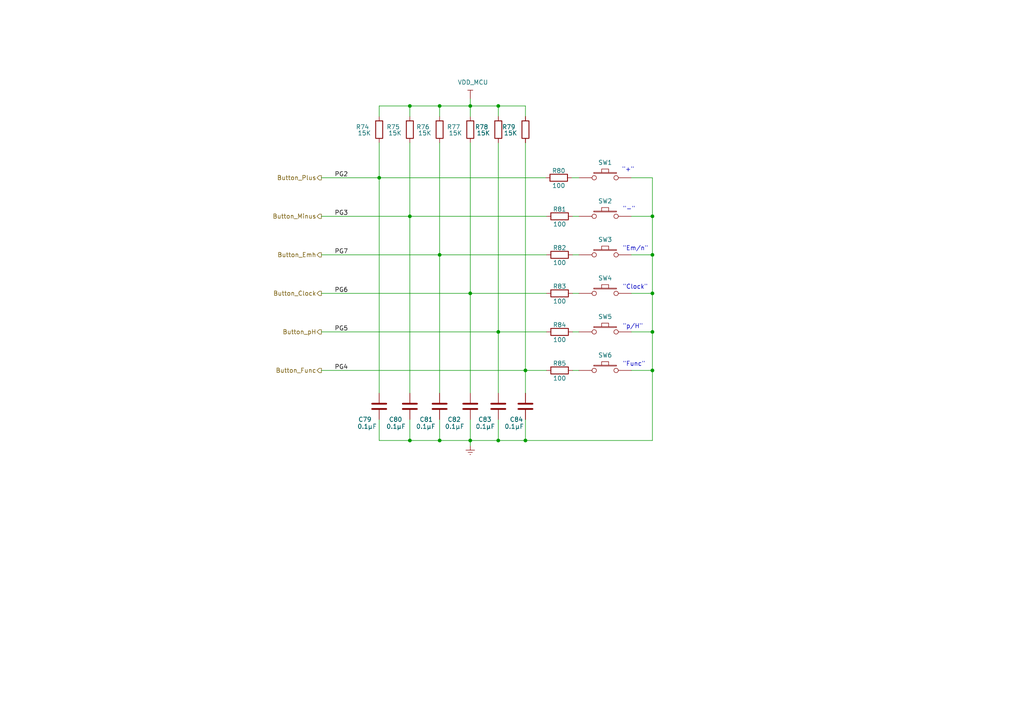
<source format=kicad_sch>
(kicad_sch (version 20211123) (generator eeschema)
  (paper "A4")
  (title_block (title "ШВУ") (date "2021-03-25") (rev "V0.3") (company "ЦВЕТМЕТНАЛАДКА") (comment 1 "Шустов В.И."))
  (lib_symbols
    (symbol "Device:C" (pin_numbers hide) (pin_names (offset 0.254))
      (property "Reference" "C" (at 0.635 2.54 0))
      (property "Value" "C" (at 0.635 -2.54 0))
      (symbol "C_0_1"
        (polyline (pts (xy -2.032 -0.762) (xy 2.032 -0.762)) (stroke (width 0.508)))
        (polyline (pts (xy -2.032 0.762) (xy 2.032 0.762)) (stroke (width 0.508)))
      )
      (symbol "C_1_1"
        (pin passive line (at 0 3.81 270) (length 2.794) (name "~") (number "1"))
        (pin passive line (at 0 -3.81 90) (length 2.794) (name "~") (number "2"))
      )
    )
    (symbol "Device:R" (pin_numbers hide) (pin_names (offset 0))
      (property "Reference" "R" (at 2.032 0 90))
      (property "Value" "R" (at 0 0 90))
      (symbol "R_0_1"
        (rectangle (start -1.016 -2.54) (end 1.016 2.54) (stroke (width 0.254)))
      )
      (symbol "R_1_1"
        (pin passive line (at 0 3.81 270) (length 1.27) (name "~") (number "1"))
        (pin passive line (at 0 -3.81 90) (length 1.27) (name "~") (number "2"))
      )
    )
    (symbol "SVIELCOM_Library:VDD_MCU" (power) (pin_names (offset 0))
      (property "Value" "SVIELCOM_Library_VDD_MCU" (at 0 3.81 0))
      (symbol "VDD_MCU_0_1"
        (polyline (pts (xy -0.762 2.54) (xy 0 2.54)))
        (polyline (pts (xy 0 0) (xy 0 2.54)))
        (polyline (pts (xy 0 2.54) (xy 0.762 2.54)))
      )
      (symbol "VDD_MCU_1_1"
        (pin power_in line (at 0 0 90) (length 0) hide (name "VDD_MCU") (number "1"))
      )
    )
    (symbol "freetronics_schematic:SW_PUSHBUTTON" (pin_numbers hide) (pin_names (offset 1.016) hide)
      (property "Reference" "SW" (at -3.81 2.794 0))
      (property "Value" "SW_PUSHBUTTON" (at 0 -2.032 0))
      (symbol "SW_PUSHBUTTON_0_1"
        (rectangle (start -3.302 1.27) (end 3.302 1.524))
        (polyline (pts (xy -1.016 1.524) (xy -1.016 2.54) (xy 1.016 2.54) (xy 1.016 1.524)))
        (pin passive inverted (at -7.62 0 0) (length 5.08) (name "1") (number "1"))
        (pin passive inverted (at 7.62 0 180) (length 5.08) (name "2") (number "2"))
      )
    )
    (symbol "power:GNDREF" (power) (pin_names (offset 0))
      (property "Value" "GNDREF" (at 0 -3.81 0))
      (symbol "GNDREF_0_1"
        (polyline (pts (xy -0.635 -1.905) (xy 0.635 -1.905)))
        (polyline (pts (xy -0.127 -2.54) (xy 0.127 -2.54)))
        (polyline (pts (xy 0 -1.27) (xy 0 0)))
        (polyline (pts (xy 1.27 -1.27) (xy -1.27 -1.27)))
      )
      (symbol "GNDREF_1_1"
        (pin power_in line (at 0 0 270) (length 0) hide (name "GNDREF") (number "1"))
      )
    )
  )
  (junction (at 189.23 73.914))
  (junction (at 109.982 51.562))
  (junction (at 118.872 62.738))
  (junction (at 144.526 30.734))
  (junction (at 152.4 127.762))
  (junction (at 127.508 73.914))
  (junction (at 189.23 96.266))
  (junction (at 189.23 62.738))
  (junction (at 144.526 127.762))
  (junction (at 136.398 30.734))
  (junction (at 189.23 107.442))
  (junction (at 152.4 107.442))
  (junction (at 127.508 127.762))
  (junction (at 144.526 96.266))
  (junction (at 118.872 127.762))
  (junction (at 127.508 30.734))
  (junction (at 136.398 85.09))
  (junction (at 118.872 30.734))
  (junction (at 189.23 85.09))
  (junction (at 136.398 127.762))
  (wire (pts (xy 109.982 30.734) (xy 118.872 30.734)))
  (wire (pts (xy 136.398 85.09) (xy 136.398 114.046)))
  (wire (pts (xy 189.23 51.562) (xy 183.134 51.562)))
  (wire (pts (xy 136.398 30.734) (xy 136.398 28.702)))
  (wire (pts (xy 93.218 85.09) (xy 136.398 85.09)))
  (wire (pts (xy 109.982 51.562) (xy 158.242 51.562)))
  (wire (pts (xy 118.872 62.738) (xy 118.872 114.046)))
  (wire (pts (xy 136.398 121.666) (xy 136.398 127.762)))
  (wire (pts (xy 144.526 127.762) (xy 152.4 127.762)))
  (wire (pts (xy 109.982 51.562) (xy 109.982 114.046)))
  (wire (pts (xy 136.398 41.402) (xy 136.398 85.09)))
  (wire (pts (xy 144.526 96.266) (xy 144.526 114.046)))
  (wire (pts (xy 189.23 96.266) (xy 189.23 85.09)))
  (wire (pts (xy 127.508 30.734) (xy 136.398 30.734)))
  (wire (pts (xy 127.508 73.914) (xy 158.496 73.914)))
  (wire (pts (xy 189.23 127.762) (xy 189.23 107.442)))
  (wire (pts (xy 118.872 41.402) (xy 118.872 62.738)))
  (wire (pts (xy 183.134 62.738) (xy 189.23 62.738)))
  (wire (pts (xy 166.116 96.266) (xy 167.894 96.266)))
  (wire (pts (xy 189.23 73.914) (xy 189.23 62.738)))
  (wire (pts (xy 118.872 33.782) (xy 118.872 30.734)))
  (wire (pts (xy 144.526 121.666) (xy 144.526 127.762)))
  (wire (pts (xy 189.23 62.738) (xy 189.23 51.562)))
  (wire (pts (xy 118.872 62.738) (xy 158.496 62.738)))
  (wire (pts (xy 166.116 73.914) (xy 167.894 73.914)))
  (wire (pts (xy 127.508 127.762) (xy 136.398 127.762)))
  (wire (pts (xy 93.218 62.738) (xy 118.872 62.738)))
  (wire (pts (xy 109.982 41.402) (xy 109.982 51.562)))
  (wire (pts (xy 93.218 51.562) (xy 109.982 51.562)))
  (wire (pts (xy 109.982 127.762) (xy 118.872 127.762)))
  (wire (pts (xy 166.116 85.09) (xy 167.894 85.09)))
  (wire (pts (xy 165.862 51.562) (xy 167.894 51.562)))
  (wire (pts (xy 109.982 30.734) (xy 109.982 33.782)))
  (wire (pts (xy 118.872 127.762) (xy 127.508 127.762)))
  (wire (pts (xy 127.508 121.666) (xy 127.508 127.762)))
  (wire (pts (xy 144.526 30.734) (xy 152.4 30.734)))
  (wire (pts (xy 144.526 41.402) (xy 144.526 96.266)))
  (wire (pts (xy 93.218 73.914) (xy 127.508 73.914)))
  (wire (pts (xy 152.4 121.666) (xy 152.4 127.762)))
  (wire (pts (xy 136.398 129.286) (xy 136.398 127.762)))
  (wire (pts (xy 93.218 96.266) (xy 144.526 96.266)))
  (wire (pts (xy 152.4 127.762) (xy 189.23 127.762)))
  (wire (pts (xy 152.4 41.402) (xy 152.4 107.442)))
  (wire (pts (xy 144.526 33.782) (xy 144.526 30.734)))
  (wire (pts (xy 109.982 121.666) (xy 109.982 127.762)))
  (wire (pts (xy 166.116 107.442) (xy 167.894 107.442)))
  (wire (pts (xy 183.134 96.266) (xy 189.23 96.266)))
  (wire (pts (xy 136.398 127.762) (xy 144.526 127.762)))
  (wire (pts (xy 127.508 33.782) (xy 127.508 30.734)))
  (wire (pts (xy 152.4 107.442) (xy 152.4 114.046)))
  (wire (pts (xy 183.134 85.09) (xy 189.23 85.09)))
  (wire (pts (xy 118.872 121.666) (xy 118.872 127.762)))
  (wire (pts (xy 118.872 30.734) (xy 127.508 30.734)))
  (wire (pts (xy 136.398 30.734) (xy 144.526 30.734)))
  (wire (pts (xy 127.508 41.402) (xy 127.508 73.914)))
  (wire (pts (xy 144.526 96.266) (xy 158.496 96.266)))
  (wire (pts (xy 189.23 107.442) (xy 189.23 96.266)))
  (wire (pts (xy 93.218 107.442) (xy 152.4 107.442)))
  (wire (pts (xy 136.398 33.782) (xy 136.398 30.734)))
  (wire (pts (xy 127.508 73.914) (xy 127.508 114.046)))
  (wire (pts (xy 189.23 85.09) (xy 189.23 73.914)))
  (wire (pts (xy 136.398 85.09) (xy 158.496 85.09)))
  (wire (pts (xy 152.4 30.734) (xy 152.4 33.782)))
  (wire (pts (xy 183.134 107.442) (xy 189.23 107.442)))
  (wire (pts (xy 183.134 73.914) (xy 189.23 73.914)))
  (wire (pts (xy 166.116 62.738) (xy 167.894 62.738)))
  (wire (pts (xy 152.4 107.442) (xy 158.496 107.442)))
  (text "\"Func\"" (at 180.594 106.426 0) (effects (font (size 1.27 1.27)) (justify left bottom)))
  (text "\"Em/n\"" (at 180.594 72.898 0) (effects (font (size 1.27 1.27)) (justify left bottom)))
  (text "\"+\"" (at 180.34 50.038 0) (effects (font (size 1.27 1.27)) (justify left bottom)))
  (text "\"p/H\"" (at 180.594 95.504 0) (effects (font (size 1.27 1.27)) (justify left bottom)))
  (text "\"Clock\"" (at 180.594 84.074 0) (effects (font (size 1.27 1.27)) (justify left bottom)))
  (text "\"-\"" (at 180.594 61.468 0) (effects (font (size 1.27 1.27)) (justify left bottom)))
  (label "PG3" (at 97.028 62.738 0))
  (label "PG5" (at 97.028 96.266 0))
  (label "PG4" (at 97.028 107.442 0))
  (label "PG7" (at 97.028 73.914 0))
  (label "PG6" (at 97.028 85.09 0))
  (label "PG2" (at 97.028 51.562 0))
  (hierarchical_label "Button_Minus" (shape output) (at 93.218 62.738 180))
  (hierarchical_label "Button_Clock" (shape output) (at 93.218 85.09 180))
  (hierarchical_label "Button_Emh" (shape output) (at 93.218 73.914 180))
  (hierarchical_label "Button_pH" (shape output) (at 93.218 96.266 180))
  (hierarchical_label "Button_Plus" (shape output) (at 93.218 51.562 180))
  (hierarchical_label "Button_Func" (shape output) (at 93.218 107.442 180))
  (symbol (lib_id "freetronics_schematic:SW_PUSHBUTTON") (at 175.514 51.562 0) (unit 1)
    (property "Reference" "SW1" (at 175.514 47.1424 0))
    (property "Value" "SW_PUSHBUTTON" (effects hide))
    (property "Footprint" "digikey-footprints:PinHeader_1x2_P2.54mm" (effects hide))
  )
  (symbol (lib_id "freetronics_schematic:SW_PUSHBUTTON") (at 175.514 62.738 0) (unit 1)
    (property "Reference" "SW2" (at 175.514 58.3184 0))
    (property "Value" "SW_PUSHBUTTON" (effects hide))
    (property "Footprint" "digikey-footprints:PinHeader_1x2_P2.54mm" (effects hide))
  )
  (symbol (lib_id "Device:R") (at 152.4 37.592 0) (unit 1)
    (property "Reference" "R79" (at 147.574 36.83 0))
    (property "Value" "15K" (at 148.082 38.608 0))
    (property "Footprint" "Resistor_SMD:R_0805_2012Metric_Pad1.20x1.40mm_HandSolder" (effects hide))
    (property "Type" "RC0805FR-0715KL" (effects hide))
  )
  (symbol (lib_id "Device:R") (at 144.526 37.592 0) (unit 1)
    (property "Reference" "R78" (at 139.7 36.83 0))
    (property "Value" "15K" (at 140.208 38.608 0))
    (property "Footprint" "Resistor_SMD:R_0805_2012Metric_Pad1.20x1.40mm_HandSolder" (effects hide))
    (property "Type" "RC0805FR-0715KL" (effects hide))
  )
  (symbol (lib_id "Device:R") (at 136.398 37.592 0) (unit 1)
    (property "Reference" "R77" (at 131.572 36.83 0))
    (property "Value" "15K" (at 132.08 38.608 0))
    (property "Footprint" "Resistor_SMD:R_0805_2012Metric_Pad1.20x1.40mm_HandSolder" (effects hide))
    (property "Type" "RC0805FR-0715KL" (effects hide))
  )
  (symbol (lib_id "Device:R") (at 127.508 37.592 0) (unit 1)
    (property "Reference" "R76" (at 122.682 36.83 0))
    (property "Value" "15K" (at 123.19 38.608 0))
    (property "Footprint" "Resistor_SMD:R_0805_2012Metric_Pad1.20x1.40mm_HandSolder" (effects hide))
    (property "Type" "RC0805FR-0715KL" (effects hide))
  )
  (symbol (lib_id "Device:R") (at 118.872 37.592 0) (unit 1)
    (property "Reference" "R75" (at 114.046 36.83 0))
    (property "Value" "15K" (at 114.554 38.608 0))
    (property "Footprint" "Resistor_SMD:R_0805_2012Metric_Pad1.20x1.40mm_HandSolder" (effects hide))
    (property "Type" "RC0805FR-0715KL" (effects hide))
  )
  (symbol (lib_id "Device:R") (at 109.982 37.592 0) (unit 1)
    (property "Reference" "R74" (at 105.156 36.83 0))
    (property "Value" "15K" (at 105.664 38.608 0))
    (property "Footprint" "Resistor_SMD:R_0805_2012Metric_Pad1.20x1.40mm_HandSolder" (effects hide))
    (property "Type" "RC0805FR-0715KL" (effects hide))
  )
  (symbol (lib_id "freetronics_schematic:SW_PUSHBUTTON") (at 175.514 73.914 0) (unit 1)
    (property "Reference" "SW3" (at 175.514 69.4944 0))
    (property "Value" "SW_PUSHBUTTON" (effects hide))
    (property "Footprint" "digikey-footprints:PinHeader_1x2_P2.54mm" (effects hide))
  )
  (symbol (lib_id "freetronics_schematic:SW_PUSHBUTTON") (at 175.514 85.09 0) (unit 1)
    (property "Reference" "SW4" (at 175.514 80.6704 0))
    (property "Value" "SW_PUSHBUTTON" (effects hide))
    (property "Footprint" "digikey-footprints:PinHeader_1x2_P2.54mm" (effects hide))
  )
  (symbol (lib_id "freetronics_schematic:SW_PUSHBUTTON") (at 175.514 96.266 0) (unit 1)
    (property "Reference" "SW5" (at 175.514 91.8464 0))
    (property "Value" "SW_PUSHBUTTON" (effects hide))
    (property "Footprint" "digikey-footprints:PinHeader_1x2_P2.54mm" (effects hide))
  )
  (symbol (lib_id "freetronics_schematic:SW_PUSHBUTTON") (at 175.514 107.442 0) (unit 1)
    (property "Reference" "SW6" (at 175.514 103.0224 0))
    (property "Value" "SW_PUSHBUTTON" (effects hide))
    (property "Footprint" "digikey-footprints:PinHeader_1x2_P2.54mm" (effects hide))
  )
  (symbol (lib_id "Device:R") (at 162.052 51.562 90) (unit 1)
    (property "Reference" "R80" (at 162.052 49.53 90))
    (property "Value" "100" (at 162.052 53.848 90))
    (property "Footprint" "Resistor_SMD:R_0805_2012Metric_Pad1.20x1.40mm_HandSolder" (effects hide))
    (property "Type" "RC0805FR-07100RL" (effects hide))
  )
  (symbol (lib_id "Device:C") (at 109.982 117.856 0) (unit 1)
    (property "Reference" "C79" (at 103.886 121.666 0) (effects (justify left)))
    (property "Value" "0.1µF" (at 103.632 123.698 0) (effects (justify left)))
    (property "Footprint" "Capacitor_SMD:C_0603_1608Metric_Pad1.08x0.95mm_HandSolder" (effects hide))
    (property "Datasheet" "http://www.farnell.com/datasheets/2710676.pdf" (effects hide))
    (property "Type" "CL10B104KC8NNNC" (effects hide))
  )
  (symbol (lib_id "Device:C") (at 118.872 117.856 0) (unit 1)
    (property "Reference" "C80" (at 112.776 121.666 0) (effects (justify left)))
    (property "Value" "0.1µF" (at 112.014 123.698 0) (effects (justify left)))
    (property "Footprint" "Capacitor_SMD:C_0603_1608Metric_Pad1.08x0.95mm_HandSolder" (effects hide))
    (property "Datasheet" "http://www.farnell.com/datasheets/2710676.pdf" (effects hide))
    (property "Type" "CL10B104KC8NNNC" (effects hide))
  )
  (symbol (lib_id "Device:C") (at 127.508 117.856 0) (unit 1)
    (property "Reference" "C81" (at 121.666 121.666 0) (effects (justify left)))
    (property "Value" "0.1µF" (at 120.65 123.698 0) (effects (justify left)))
    (property "Footprint" "Capacitor_SMD:C_0603_1608Metric_Pad1.08x0.95mm_HandSolder" (effects hide))
    (property "Datasheet" "http://www.farnell.com/datasheets/2710676.pdf" (effects hide))
    (property "Type" "CL10B104KC8NNNC" (effects hide))
  )
  (symbol (lib_id "Device:C") (at 136.398 117.856 0) (unit 1)
    (property "Reference" "C82" (at 129.794 121.666 0) (effects (justify left)))
    (property "Value" "0.1µF" (at 129.032 123.698 0) (effects (justify left)))
    (property "Footprint" "Capacitor_SMD:C_0603_1608Metric_Pad1.08x0.95mm_HandSolder" (effects hide))
    (property "Datasheet" "http://www.farnell.com/datasheets/2710676.pdf" (effects hide))
    (property "Type" "CL10B104KC8NNNC" (effects hide))
  )
  (symbol (lib_id "Device:C") (at 144.526 117.856 0) (unit 1)
    (property "Reference" "C83" (at 138.684 121.666 0) (effects (justify left)))
    (property "Value" "0.1µF" (at 137.922 123.698 0) (effects (justify left)))
    (property "Footprint" "Capacitor_SMD:C_0603_1608Metric_Pad1.08x0.95mm_HandSolder" (effects hide))
    (property "Datasheet" "http://www.farnell.com/datasheets/2710676.pdf" (effects hide))
    (property "Type" "CL10B104KC8NNNC" (effects hide))
  )
  (symbol (lib_id "Device:C") (at 152.4 117.856 0) (unit 1)
    (property "Reference" "C84" (at 147.828 121.666 0) (effects (justify left)))
    (property "Value" "0.1µF" (at 146.304 123.698 0) (effects (justify left)))
    (property "Footprint" "Capacitor_SMD:C_0603_1608Metric_Pad1.08x0.95mm_HandSolder" (effects hide))
    (property "Datasheet" "http://www.farnell.com/datasheets/2710676.pdf" (effects hide))
    (property "Type" "CL10B104KC8NNNC" (effects hide))
  )
  (symbol (lib_id "Device:R") (at 162.306 62.738 90) (unit 1)
    (property "Reference" "R81" (at 162.306 60.706 90))
    (property "Value" "100" (at 162.306 65.024 90))
    (property "Footprint" "Resistor_SMD:R_0805_2012Metric_Pad1.20x1.40mm_HandSolder" (effects hide))
    (property "Type" "RC0805FR-07100RL" (effects hide))
  )
  (symbol (lib_id "Device:R") (at 162.306 73.914 90) (unit 1)
    (property "Reference" "R82" (at 162.306 71.882 90))
    (property "Value" "100" (at 162.306 76.2 90))
    (property "Footprint" "Resistor_SMD:R_0805_2012Metric_Pad1.20x1.40mm_HandSolder" (effects hide))
    (property "Type" "RC0805FR-07100RL" (effects hide))
  )
  (symbol (lib_id "Device:R") (at 162.306 85.09 90) (unit 1)
    (property "Reference" "R83" (at 162.306 83.058 90))
    (property "Value" "100" (at 162.306 87.376 90))
    (property "Footprint" "Resistor_SMD:R_0805_2012Metric_Pad1.20x1.40mm_HandSolder" (effects hide))
    (property "Type" "RC0805FR-07100RL" (effects hide))
  )
  (symbol (lib_id "Device:R") (at 162.306 96.266 90) (unit 1)
    (property "Reference" "R84" (at 162.306 94.234 90))
    (property "Value" "100" (at 162.306 98.552 90))
    (property "Footprint" "Resistor_SMD:R_0805_2012Metric_Pad1.20x1.40mm_HandSolder" (effects hide))
    (property "Type" "RC0805FR-07100RL" (effects hide))
  )
  (symbol (lib_id "Device:R") (at 162.306 107.442 90) (unit 1)
    (property "Reference" "R85" (at 162.306 105.41 90))
    (property "Value" "100" (at 162.306 109.728 90))
    (property "Footprint" "Resistor_SMD:R_0805_2012Metric_Pad1.20x1.40mm_HandSolder" (effects hide))
    (property "Type" "RC0805FR-07100RL" (effects hide))
  )
  (symbol (lib_id "power:GNDREF") (at 136.398 129.286 0) (unit 1)
    (property "Reference" "#PWR0110" (effects hide))
    (property "Value" "GNDREF" (effects hide))
  )
  (symbol (lib_id "SVIELCOM_Library:VDD_MCU") (at 136.398 28.702 0) (unit 1)
    (property "Reference" "#PWR0107" (effects hide))
    (property "Value" "VDD_MCU" (at 137.16 23.876 0))
  )
)
</source>
